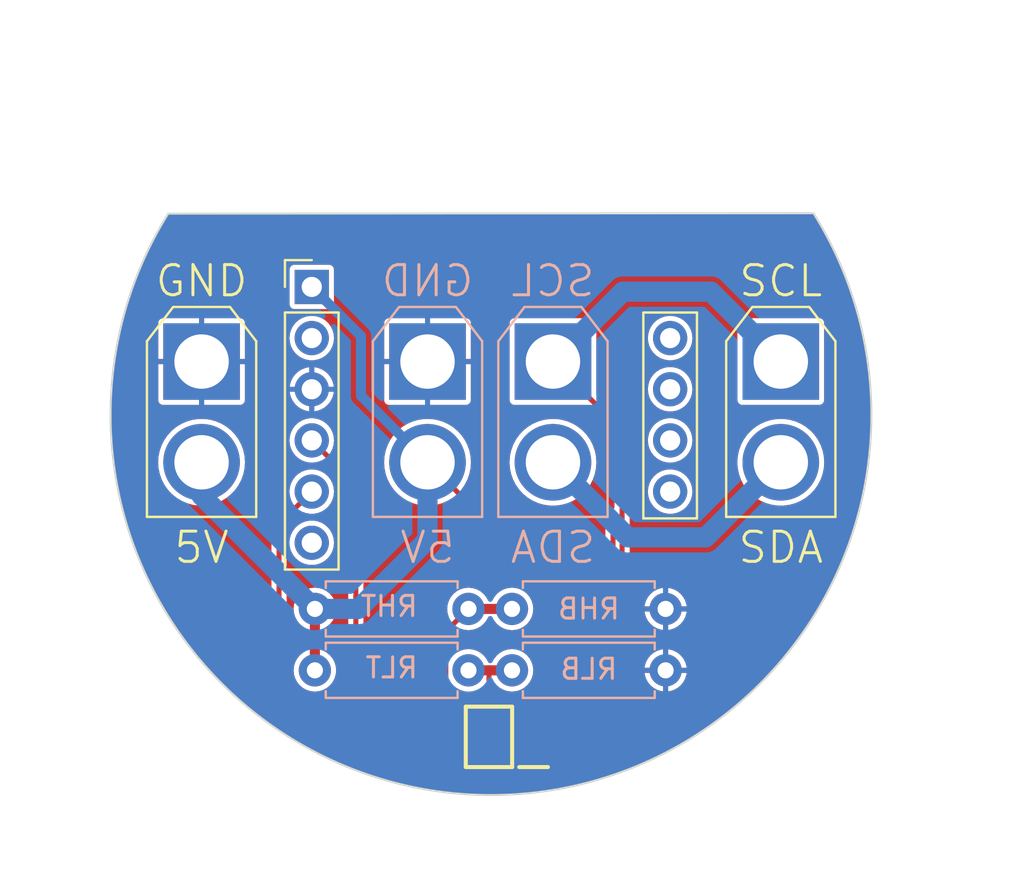
<source format=kicad_pcb>
(kicad_pcb (version 20221018) (generator pcbnew)
  (layers (0 "F.Cu" signal) (31 "B.Cu" signal) (34 "B.Paste" user) (35 "F.Paste" user) (36 "B.SilkS" user "B.Silkscreen") (37 "F.SilkS" user "F.Silkscreen") (38 "B.Mask" user) (39 "F.Mask" user) (44 "Edge.Cuts" user))
  (net 0 "")
  (net 1 "GND")
  (net 2 "XORH")
  (net 3 "XORL")
  (net 4 "VCC")
  (net 6 "SDA")
  (net 7 "SDA_OUT")
  (net 8 "SCL_OUT")
  (net 9 "SCL")
  (footprint "XTConnectors:XT30U-M_1x02_P5.0mm_Vertical" (layer "F.Cu") (at 165.735 94.147 -90)
    (fp_text reference "J4" hide)
    (fp_text value "Conn_01x02_Pin")
    (fp_text user "SDA" (at 9.231 0) (layer "F.SilkS") (effects (font (size 1.5 1.5))))
    (fp_text user "SCL" (at -4 0) (layer "F.SilkS") (effects (font (size 1.5 1.5))))
    (fp_line (start -2.71 -1.41) (end -2.71 1.41) (stroke (width 0.12)) (layer "F.SilkS"))
    (fp_line (start -2.71 -1.41) (end -1.01 -2.71) (stroke (width 0.12)) (layer "F.SilkS"))
    (fp_line (start -2.71 1.41) (end -1.01 2.71) (stroke (width 0.12)) (layer "F.SilkS"))
    (fp_line (start -1.01 -2.71) (end 7.71 -2.71) (stroke (width 0.12)) (layer "F.SilkS"))
    (fp_line (start -1.01 2.71) (end 7.71 2.71) (stroke (width 0.12)) (layer "F.SilkS"))
    (fp_line (start 7.71 -2.71) (end 7.71 2.71) (stroke (width 0.12)) (layer "F.SilkS"))
    (pad "1" thru_hole rect (at 0 0 270) (size 3.8 3.8) (drill 2.7) (layers "*.Cu" "*.Mask") (net 9 "SCL"))
    (pad "2" thru_hole circle (at 5 0 270) (size 3.8 3.8) (drill 2.7) (layers "*.Cu" "*.Mask") (net 6 "SDA"))
  )
  (footprint "XTConnectors:XT30U-M_1x02_P5.0mm_Vertical" (layer "F.Cu") (at 137 94.147 -90)
    (fp_text reference "J3" hide)
    (fp_text value "Conn_01x02_Pin")
    (fp_text user "5V" (at 9.231 0) (layer "F.SilkS") (effects (font (size 1.5 1.5))))
    (fp_text user "GND" (at -4 0) (layer "F.SilkS") (effects (font (size 1.5 1.5))))
    (fp_line (start -2.71 -1.41) (end -2.71 1.41) (stroke (width 0.12)) (layer "F.SilkS"))
    (fp_line (start -2.71 -1.41) (end -1.01 -2.71) (stroke (width 0.12)) (layer "F.SilkS"))
    (fp_line (start -2.71 1.41) (end -1.01 2.71) (stroke (width 0.12)) (layer "F.SilkS"))
    (fp_line (start -1.01 -2.71) (end 7.71 -2.71) (stroke (width 0.12)) (layer "F.SilkS"))
    (fp_line (start -1.01 2.71) (end 7.71 2.71) (stroke (width 0.12)) (layer "F.SilkS"))
    (fp_line (start 7.71 -2.71) (end 7.71 2.71) (stroke (width 0.12)) (layer "F.SilkS"))
    (pad "1" thru_hole rect (at 0 0 270) (size 3.8 3.8) (drill 2.7) (layers "*.Cu" "*.Mask") (net 1 "GND"))
    (pad "2" thru_hole circle (at 5 0 270) (size 3.8 3.8) (drill 2.7) (layers "*.Cu" "*.Mask") (net 4 "VCC"))
  )
  (footprint "BNO_055:BNO_055" (layer "F.Cu") (at 151.356 96.792)
    (fp_text reference "IMU1" hide)
    (fp_text value "~")
    (fp_line (start -10.22 -7.68) (end -8.89 -7.68) (stroke (width 0.12)) (layer "F.SilkS"))
    (fp_line (start -10.22 -6.35) (end -10.22 -7.68) (stroke (width 0.12)) (layer "F.SilkS"))
    (fp_line (start -10.22 -5.08) (end -10.22 7.68) (stroke (width 0.12)) (layer "F.SilkS"))
    (fp_line (start -10.22 -5.08) (end -7.56 -5.08) (stroke (width 0.12)) (layer "F.SilkS"))
    (fp_line (start -10.22 7.68) (end -7.56 7.68) (stroke (width 0.12)) (layer "F.SilkS"))
    (fp_line (start -7.56 -5.08) (end -7.56 7.68) (stroke (width 0.12)) (layer "F.SilkS"))
    (fp_line (start 7.56 -5.078) (end 7.56 5.14) (stroke (width 0.12)) (layer "F.SilkS"))
    (fp_line (start 7.56 -5.078) (end 10.22 -5.078) (stroke (width 0.12)) (layer "F.SilkS"))
    (fp_line (start 7.56 5.14) (end 10.22 5.14) (stroke (width 0.12)) (layer "F.SilkS"))
    (fp_line (start 10.22 -5.078) (end 10.22 5.14) (stroke (width 0.12)) (layer "F.SilkS"))
    (pad "1" thru_hole rect (at -8.89 -6.35) (size 1.7 1.7) (drill 1) (layers "*.Cu" "*.Mask") (net 4 "VCC"))
    (pad "2" thru_hole oval (at -8.89 -3.81) (size 1.7 1.7) (drill 1) (layers "*.Cu" "*.Mask"))
    (pad "3" thru_hole oval (at -8.89 -1.27) (size 1.7 1.7) (drill 1) (layers "*.Cu" "*.Mask") (net 1 "GND"))
    (pad "4" thru_hole oval (at -8.89 1.27) (size 1.7 1.7) (drill 1) (layers "*.Cu" "*.Mask") (net 7 "SDA_OUT"))
    (pad "5" thru_hole oval (at -8.89 3.81) (size 1.7 1.7) (drill 1) (layers "*.Cu" "*.Mask") (net 8 "SCL_OUT"))
    (pad "6" thru_hole oval (at -8.89 6.35) (size 1.7 1.7) (drill 1) (layers "*.Cu" "*.Mask"))
    (pad "7" thru_hole oval (at 8.89 3.81) (size 1.7 1.7) (drill 1) (layers "*.Cu" "*.Mask"))
    (pad "8" thru_hole oval (at 8.89 1.27) (size 1.7 1.7) (drill 1) (layers "*.Cu" "*.Mask"))
    (pad "9" thru_hole oval (at 8.89 -1.27) (size 1.7 1.7) (drill 1) (layers "*.Cu" "*.Mask"))
    (pad "10" thru_hole circle (at 8.89 -3.81) (size 1.7 1.7) (drill 1) (layers "*.Cu" "*.Mask"))
  )
  (footprint "LTC4316:SOP50P490X110-10N" (layer "F.Cu") (at 151.257 112.776 180)
    (fp_text reference "LTC4316" hide)
    (fp_text value "LTC4316CMS#PBF" hide)
    (fp_line (start -2.925 -1.5) (end -1.5 -1.5) (stroke (width 0.2)) (layer "F.SilkS"))
    (fp_line (start -1.15 -1.5) (end 1.15 -1.5) (stroke (width 0.2)) (layer "F.SilkS"))
    (fp_line (start -1.15 1.5) (end -1.15 -1.5) (stroke (width 0.2)) (layer "F.SilkS"))
    (fp_line (start 1.15 -1.5) (end 1.15 1.5) (stroke (width 0.2)) (layer "F.SilkS"))
    (fp_line (start 1.15 1.5) (end -1.15 1.5) (stroke (width 0.2)) (layer "F.SilkS"))
    (pad "1" smd rect (at -2.212 -1 270) (size 0.3 1.425) (layers "F.Cu" "F.Paste" "F.Mask") (net 1 "GND"))
    (pad "2" smd rect (at -2.212 -0.5 270) (size 0.3 1.425) (layers "F.Cu" "F.Paste" "F.Mask") (net 2 "XORH"))
    (pad "3" smd rect (at -2.212 0 270) (size 0.3 1.425) (layers "F.Cu" "F.Paste" "F.Mask") (net 3 "XORL"))
    (pad "4" smd rect (at -2.212 0.5 270) (size 0.3 1.425) (layers "F.Cu" "F.Paste" "F.Mask") (net 4 "VCC"))
    (pad "5" smd rect (at -2.212 1 270) (size 0.3 1.425) (layers "F.Cu" "F.Paste" "F.Mask") (net 4 "VCC"))
    (pad "6" smd rect (at 2.212 1 270) (size 0.3 1.425) (layers "F.Cu" "F.Paste" "F.Mask"))
    (pad "7" smd rect (at 2.212 0.5 270) (size 0.3 1.425) (layers "F.Cu" "F.Paste" "F.Mask") (net 6 "SDA"))
    (pad "8" smd rect (at 2.212 0 270) (size 0.3 1.425) (layers "F.Cu" "F.Paste" "F.Mask") (net 7 "SDA_OUT"))
    (pad "9" smd rect (at 2.212 -0.5 270) (size 0.3 1.425) (layers "F.Cu" "F.Paste" "F.Mask") (net 8 "SCL_OUT"))
    (pad "10" smd rect (at 2.212 -1 270) (size 0.3 1.425) (layers "F.Cu" "F.Paste" "F.Mask") (net 9 "SCL"))
  )
  (footprint "XTConnectors:XT30U-M_1x02_P5.0mm_Vertical" (layer "B.Cu") (at 148.209 94.147 -90)
    (fp_text reference "J1" hide)
    (fp_text value "Conn_01x02_Pin")
    (fp_text user "GND" (at -4 0) (layer "B.SilkS") (effects (font (size 1.5 1.5)) (justify mirror)))
    (fp_text user "5V" (at 9.231 0) (layer "B.SilkS") (effects (font (size 1.5 1.5)) (justify mirror)))
    (fp_line (start -2.71 -1.41) (end -1.01 -2.71) (stroke (width 0.12)) (layer "B.SilkS"))
    (fp_line (start -2.71 1.41) (end -2.71 -1.41) (stroke (width 0.12)) (layer "B.SilkS"))
    (fp_line (start -2.71 1.41) (end -1.01 2.71) (stroke (width 0.12)) (layer "B.SilkS"))
    (fp_line (start -1.01 -2.71) (end 7.71 -2.71) (stroke (width 0.12)) (layer "B.SilkS"))
    (fp_line (start -1.01 2.71) (end 7.71 2.71) (stroke (width 0.12)) (layer "B.SilkS"))
    (fp_line (start 7.71 2.71) (end 7.71 -2.71) (stroke (width 0.12)) (layer "B.SilkS"))
    (pad "1" thru_hole rect (at 0 0 270) (size 3.8 3.8) (drill 2.7) (layers "*.Cu" "*.Mask") (net 1 "GND"))
    (pad "2" thru_hole circle (at 5 0 270) (size 3.8 3.8) (drill 2.7) (layers "*.Cu" "*.Mask") (net 4 "VCC"))
  )
  (footprint "Resistor_THT:R_Axial_DIN0207_L6.3mm_D2.5mm_P7.62mm_Horizontal" (layer "B.Cu") (at 142.621 106.426)
    (fp_text reference "RHT" (at 3.683 -0.127) (layer "B.SilkS") (effects (justify mirror)))
    (fp_text value "R")
    (fp_line (start 0.54 -1.37) (end 7.08 -1.37) (stroke (width 0.12)) (layer "B.SilkS"))
    (fp_line (start 0.54 -1.04) (end 0.54 -1.37) (stroke (width 0.12)) (layer "B.SilkS"))
    (fp_line (start 0.54 1.04) (end 0.54 1.37) (stroke (width 0.12)) (layer "B.SilkS"))
    (fp_line (start 0.54 1.37) (end 7.08 1.37) (stroke (width 0.12)) (layer "B.SilkS"))
    (fp_line (start 7.08 -1.37) (end 7.08 -1.04) (stroke (width 0.12)) (layer "B.SilkS"))
    (fp_line (start 7.08 1.37) (end 7.08 1.04) (stroke (width 0.12)) (layer "B.SilkS"))
    (pad "1" thru_hole circle (at 0 0) (size 1.6 1.6) (drill 0.8) (layers "*.Cu" "*.Mask") (net 4 "VCC"))
    (pad "2" thru_hole oval (at 7.62 0) (size 1.6 1.6) (drill 0.8) (layers "*.Cu" "*.Mask") (net 2 "XORH"))
  )
  (footprint "XTConnectors:XT30U-M_1x02_P5.0mm_Vertical" (layer "B.Cu") (at 154.432 94.147 -90)
    (fp_text reference "J2" hide)
    (fp_text value "Conn_01x02_Pin")
    (fp_text user "SDA" (at 9.231 0) (layer "B.SilkS") (effects (font (size 1.5 1.5)) (justify mirror)))
    (fp_text user "SCL" (at -4 0) (layer "B.SilkS") (effects (font (size 1.5 1.5)) (justify mirror)))
    (fp_line (start -2.71 -1.41) (end -1.01 -2.71) (stroke (width 0.12)) (layer "B.SilkS"))
    (fp_line (start -2.71 1.41) (end -2.71 -1.41) (stroke (width 0.12)) (layer "B.SilkS"))
    (fp_line (start -2.71 1.41) (end -1.01 2.71) (stroke (width 0.12)) (layer "B.SilkS"))
    (fp_line (start -1.01 -2.71) (end 7.71 -2.71) (stroke (width 0.12)) (layer "B.SilkS"))
    (fp_line (start -1.01 2.71) (end 7.71 2.71) (stroke (width 0.12)) (layer "B.SilkS"))
    (fp_line (start 7.71 2.71) (end 7.71 -2.71) (stroke (width 0.12)) (layer "B.SilkS"))
    (pad "1" thru_hole rect (at 0 0 270) (size 3.8 3.8) (drill 2.7) (layers "*.Cu" "*.Mask") (net 9 "SCL"))
    (pad "2" thru_hole circle (at 5 0 270) (size 3.8 3.8) (drill 2.7) (layers "*.Cu" "*.Mask") (net 6 "SDA"))
  )
  (footprint "Resistor_THT:R_Axial_DIN0207_L6.3mm_D2.5mm_P7.62mm_Horizontal" (layer "B.Cu") (at 152.4 106.426)
    (fp_text reference "RHB" (at 3.81 0) (layer "B.SilkS") (effects (justify mirror)))
    (fp_text value "R")
    (fp_line (start 0.54 -1.37) (end 7.08 -1.37) (stroke (width 0.12)) (layer "B.SilkS"))
    (fp_line (start 0.54 -1.04) (end 0.54 -1.37) (stroke (width 0.12)) (layer "B.SilkS"))
    (fp_line (start 0.54 1.04) (end 0.54 1.37) (stroke (width 0.12)) (layer "B.SilkS"))
    (fp_line (start 0.54 1.37) (end 7.08 1.37) (stroke (width 0.12)) (layer "B.SilkS"))
    (fp_line (start 7.08 -1.37) (end 7.08 -1.04) (stroke (width 0.12)) (layer "B.SilkS"))
    (fp_line (start 7.08 1.37) (end 7.08 1.04) (stroke (width 0.12)) (layer "B.SilkS"))
    (pad "1" thru_hole circle (at 0 0) (size 1.6 1.6) (drill 0.8) (layers "*.Cu" "*.Mask") (net 2 "XORH"))
    (pad "2" thru_hole oval (at 7.62 0) (size 1.6 1.6) (drill 0.8) (layers "*.Cu" "*.Mask") (net 1 "GND"))
  )
  (footprint "Resistor_THT:R_Axial_DIN0207_L6.3mm_D2.5mm_P7.62mm_Horizontal" (layer "B.Cu") (at 152.4 109.474)
    (fp_text reference "RLB" (at 3.81 -0.059) (layer "B.SilkS") (effects (justify mirror)))
    (fp_text value "R")
    (fp_line (start 0.54 -1.37) (end 7.08 -1.37) (stroke (width 0.12)) (layer "B.SilkS"))
    (fp_line (start 0.54 -1.04) (end 0.54 -1.37) (stroke (width 0.12)) (layer "B.SilkS"))
    (fp_line (start 0.54 1.04) (end 0.54 1.37) (stroke (width 0.12)) (layer "B.SilkS"))
    (fp_line (start 0.54 1.37) (end 7.08 1.37) (stroke (width 0.12)) (layer "B.SilkS"))
    (fp_line (start 7.08 -1.37) (end 7.08 -1.04) (stroke (width 0.12)) (layer "B.SilkS"))
    (fp_line (start 7.08 1.37) (end 7.08 1.04) (stroke (width 0.12)) (layer "B.SilkS"))
    (pad "1" thru_hole circle (at 0 0) (size 1.6 1.6) (drill 0.8) (layers "*.Cu" "*.Mask") (net 3 "XORL"))
    (pad "2" thru_hole oval (at 7.62 0) (size 1.6 1.6) (drill 0.8) (layers "*.Cu" "*.Mask") (net 1 "GND"))
  )
  (footprint "Resistor_THT:R_Axial_DIN0207_L6.3mm_D2.5mm_P7.62mm_Horizontal" (layer "B.Cu") (at 142.621 109.474)
    (fp_text reference "RLT" (at 3.81 -0.127) (layer "B.SilkS") (effects (justify mirror)))
    (fp_text value "R")
    (fp_line (start 0.54 -1.37) (end 7.08 -1.37) (stroke (width 0.12)) (layer "B.SilkS"))
    (fp_line (start 0.54 -1.04) (end 0.54 -1.37) (stroke (width 0.12)) (layer "B.SilkS"))
    (fp_line (start 0.54 1.04) (end 0.54 1.37) (stroke (width 0.12)) (layer "B.SilkS"))
    (fp_line (start 0.54 1.37) (end 7.08 1.37) (stroke (width 0.12)) (layer "B.SilkS"))
    (fp_line (start 7.08 -1.37) (end 7.08 -1.04) (stroke (width 0.12)) (layer "B.SilkS"))
    (fp_line (start 7.08 1.37) (end 7.08 1.04) (stroke (width 0.12)) (layer "B.SilkS"))
    (pad "1" thru_hole circle (at 0 0) (size 1.6 1.6) (drill 0.8) (layers "*.Cu" "*.Mask") (net 4 "VCC"))
    (pad "2" thru_hole oval (at 7.62 0) (size 1.6 1.6) (drill 0.8) (layers "*.Cu" "*.Mask") (net 3 "XORL"))
  )
  (gr_line (start 135.346999 86.80749) (end 167.355739 86.786888) (stroke (width 0.1)) (layer "Edge.Cuts"))
  (gr_arc (start 167.355739 86.786888) (mid 151.369948 115.6629) (end 135.346999 86.80749) (stroke (width 0.1)) (layer "Edge.Cuts"))
  (segment (start 154.956 113.776) (end 155.194 113.538) (width 0.25) (layer "F.Cu") (net 1))
  (segment (start 153.469 113.776) (end 154.956 113.776) (width 0.25) (layer "F.Cu") (net 1))
  (segment (start 149.116 107.551) (end 150.241 106.426) (width 0.25) (layer "F.Cu") (net 2))
  (segment (start 149.116 110.299104) (end 149.116 107.551) (width 0.25) (layer "F.Cu") (net 2))
  (segment (start 152.092896 113.276) (end 149.116 110.299104) (width 0.25) (layer "F.Cu") (net 2))
  (segment (start 152.4 106.426) (end 150.241 106.426) (width 0.5) (layer "F.Cu") (net 2))
  (segment (start 153.469 113.276) (end 152.092896 113.276) (width 0.25) (layer "F.Cu") (net 2))
  (segment (start 152.4 109.474) (end 151.257 109.474) (width 0.5) (layer "F.Cu") (net 3))
  (segment (start 153.469 112.776) (end 152.4565 112.776) (width 0.25) (layer "F.Cu") (net 3))
  (segment (start 152.4565 112.776) (end 151.257 111.5765) (width 0.25) (layer "F.Cu") (net 3))
  (segment (start 151.257 111.5765) (end 151.257 109.474) (width 0.25) (layer "F.Cu") (net 3))
  (segment (start 151.257 109.474) (end 150.241 109.474) (width 0.5) (layer "F.Cu") (net 3))
  (segment (start 153.469 111.776) (end 154.813 110.432) (width 0.25) (layer "F.Cu") (net 4))
  (segment (start 142.621 106.426) (end 142.621 109.474) (width 0.5) (layer "F.Cu") (net 4))
  (segment (start 154.813 105.751) (end 148.209 99.147) (width 0.25) (layer "F.Cu") (net 4))
  (segment (start 154.813 110.432) (end 154.813 105.751) (width 0.25) (layer "F.Cu") (net 4))
  (segment (start 153.469 111.776) (end 153.469 112.276) (width 0.25) (layer "F.Cu") (net 4))
  (segment (start 148.209 100.838) (end 148.209 99.147) (width 0.5) (layer "F.Cu") (net 4))
  (segment (start 142.621 106.426) (end 144.78 106.426) (width 1) (layer "B.Cu") (net 4))
  (segment (start 142.466 90.442) (end 144.907 92.883) (width 0.5) (layer "B.Cu") (net 4))
  (segment (start 144.907 95.845) (end 148.209 99.147) (width 0.5) (layer "B.Cu") (net 4))
  (segment (start 137 100.805) (end 142.621 106.426) (width 1) (layer "B.Cu") (net 4))
  (segment (start 137 99.147) (end 137 100.805) (width 1) (layer "B.Cu") (net 4))
  (segment (start 148.209 102.997) (end 148.209 99.147) (width 1) (layer "B.Cu") (net 4))
  (segment (start 144.907 92.883) (end 144.907 95.845) (width 0.5) (layer "B.Cu") (net 4))
  (segment (start 144.78 106.426) (end 148.209 102.997) (width 1) (layer "B.Cu") (net 4))
  (segment (start 154.432 99.147) (end 157.411 102.126) (width 0.25) (layer "F.Cu") (net 6))
  (segment (start 152.4315 114.251) (end 150.4565 112.276) (width 0.25) (layer "F.Cu") (net 6))
  (segment (start 157.411 112.716604) (end 155.876604 114.251) (width 0.25) (layer "F.Cu") (net 6))
  (segment (start 157.411 102.126) (end 157.411 112.716604) (width 0.25) (layer "F.Cu") (net 6))
  (segment (start 155.876604 114.251) (end 152.4315 114.251) (width 0.25) (layer "F.Cu") (net 6))
  (segment (start 150.4565 112.276) (end 149.045 112.276) (width 0.25) (layer "F.Cu") (net 6))
  (segment (start 162.012 102.87) (end 158.155 102.87) (width 1) (layer "B.Cu") (net 6))
  (segment (start 158.155 102.87) (end 154.432 99.147) (width 1) (layer "B.Cu") (net 6))
  (segment (start 165.735 99.147) (end 162.012 102.87) (width 1) (layer "B.Cu") (net 6))
  (segment (start 142.466 98.062) (end 144.653 100.249) (width 0.25) (layer "F.Cu") (net 7))
  (segment (start 144.653 109.3965) (end 148.0325 112.776) (width 0.25) (layer "F.Cu") (net 7))
  (segment (start 148.0325 112.776) (end 149.045 112.776) (width 0.25) (layer "F.Cu") (net 7))
  (segment (start 144.653 100.249) (end 144.653 109.3965) (width 0.25) (layer "F.Cu") (net 7))
  (segment (start 140.843 102.225) (end 142.466 100.602) (width 0.25) (layer "F.Cu") (net 8))
  (segment (start 140.843 110.109) (end 140.843 102.225) (width 0.25) (layer "F.Cu") (net 8))
  (segment (start 144.01 113.276) (end 140.843 110.109) (width 0.25) (layer "F.Cu") (net 8))
  (segment (start 149.045 113.276) (end 144.01 113.276) (width 0.25) (layer "F.Cu") (net 8))
  (segment (start 156.063 114.701) (end 149.97 114.701) (width 0.25) (layer "F.Cu") (net 9))
  (segment (start 154.432 94.147) (end 157.861 97.576) (width 0.25) (layer "F.Cu") (net 9))
  (segment (start 157.861 112.903) (end 156.063 114.701) (width 0.25) (layer "F.Cu") (net 9))
  (segment (start 157.861 97.576) (end 157.861 112.903) (width 0.25) (layer "F.Cu") (net 9))
  (segment (start 149.97 114.701) (end 149.045 113.776) (width 0.25) (layer "F.Cu") (net 9))
  (segment (start 157.901 90.678) (end 154.432 94.147) (width 1) (layer "B.Cu") (net 9))
  (segment (start 165.735 94.147) (end 162.266 90.678) (width 1) (layer "B.Cu") (net 9))
  (segment (start 162.266 90.678) (end 157.901 90.678) (width 1) (layer "B.Cu") (net 9))
  (zone (net 1) (net_name "GND") (layers "F&B.Cu") (connect_pads (clearance 0.25)) (min_thickness 0.25) (fill yes (thermal_gap 0.25) (thermal_bridge_width 0.25))
    (polygon (pts (xy 127 76.2) (xy 177.8 76.2) (xy 177.8 119.38) (xy 127 119.38)))
  )
)
</source>
